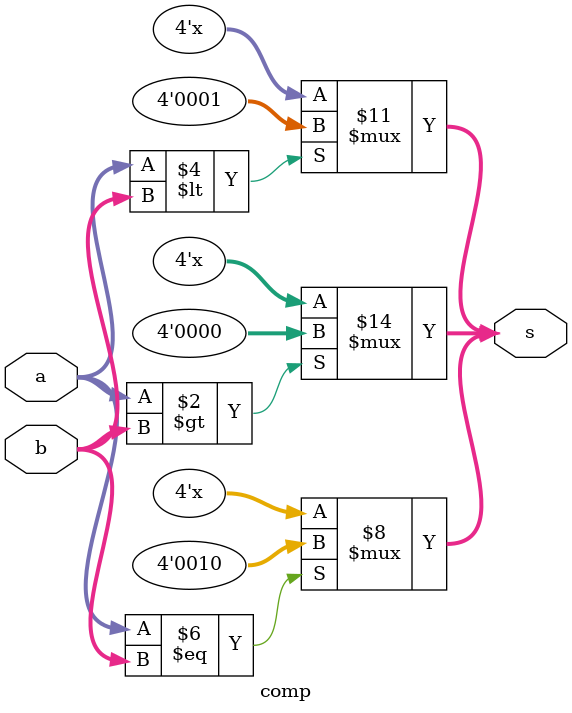
<source format=v>
module comp (input [31:0] a , b,
		output reg [3:0 ] s );

always @ (*) 
if  ((a>b)) s = 0;
	  

always @ (*) 
if  (a<b) s = 1 ;
	

always @ (*) 
if  (a==b) s = 2 ;
	

endmodule 
</source>
